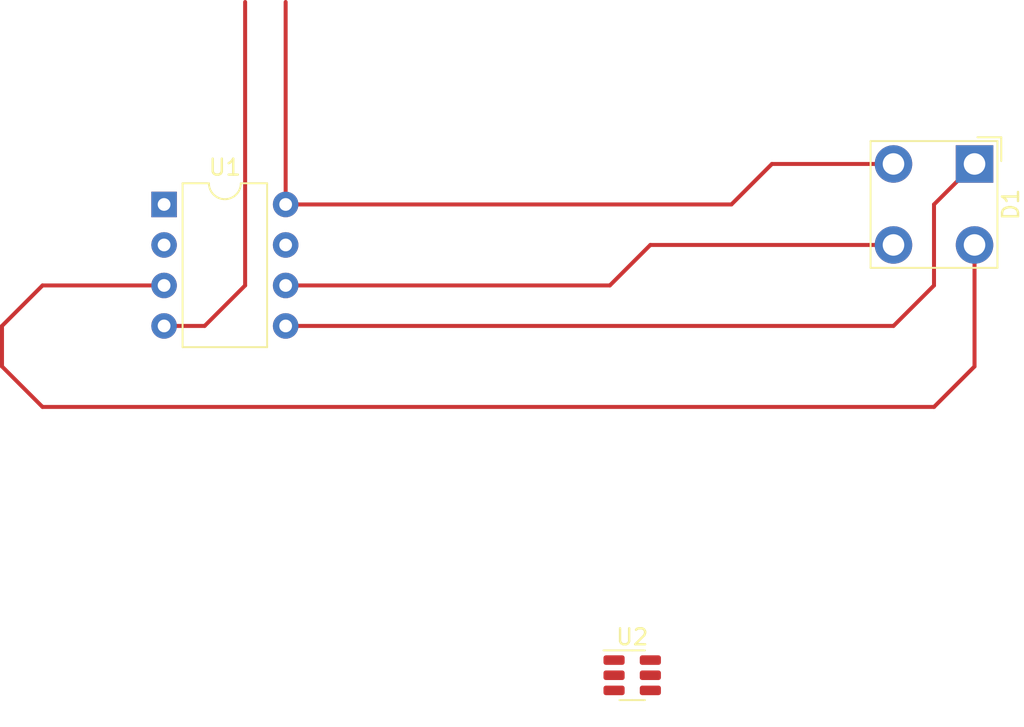
<source format=kicad_pcb>
(kicad_pcb (version 20221018) (generator pcbnew)
  (layers (0 "F.Cu" signal) (31 "B.Cu" signal) (34 "B.Paste" user) (35 "F.Paste" user) (36 "B.SilkS" user "B.Silkscreen") (37 "F.SilkS" user "F.Silkscreen") (38 "B.Mask" user) (39 "F.Mask" user) (44 "Edge.Cuts" user))
  (net 0 "")
  (net 3 "Net-(D1-BK)")
  (net 4 "Net-(D1-GK)")
  (net 5 "Net-(D1-RK)")
  (net 7 "+BATT")
  (net 8 "-BATT")
  (footprint "Package_TO_SOT_SMD:SOT-23-6" (layer "F.Cu") (at 153.8025 110.81)
    (fp_text reference "U2" (at 0 -2.4) (layer "F.SilkS"))
    (fp_text value "AT42QT1010-TSHR")
    (fp_line (start 0 -1.56) (end -1.8 -1.56) (stroke (width 0.12)) (layer "F.SilkS"))
    (fp_line (start 0 -1.56) (end 0.8 -1.56) (stroke (width 0.12)) (layer "F.SilkS"))
    (fp_line (start 0 1.56) (end -0.8 1.56) (stroke (width 0.12)) (layer "F.SilkS"))
    (fp_line (start 0 1.56) (end 0.8 1.56) (stroke (width 0.12)) (layer "F.SilkS"))
    (pad "1" smd roundrect (at -1.1375 -0.95) (size 1.325 0.6) (layers "F.Cu" "F.Paste" "F.Mask"))
    (pad "2" smd roundrect (at -1.1375 0) (size 1.325 0.6) (layers "F.Cu" "F.Paste" "F.Mask"))
    (pad "3" smd roundrect (at -1.1375 0.95) (size 1.325 0.6) (layers "F.Cu" "F.Paste" "F.Mask"))
    (pad "4" smd roundrect (at 1.1375 0.95) (size 1.325 0.6) (layers "F.Cu" "F.Paste" "F.Mask"))
    (pad "5" smd roundrect (at 1.1375 0) (size 1.325 0.6) (layers "F.Cu" "F.Paste" "F.Mask"))
    (pad "6" smd roundrect (at 1.1375 -0.95) (size 1.325 0.6) (layers "F.Cu" "F.Paste" "F.Mask"))
  )
  (footprint "Package_DIP:DIP-8_W7.62mm" (layer "F.Cu") (at 124.46 81.28)
    (fp_text reference "U1" (at 3.81 -2.33) (layer "F.SilkS"))
    (fp_text value "ATtiny85-20P")
    (fp_line (start 1.16 -1.33) (end 1.16 8.95) (stroke (width 0.12)) (layer "F.SilkS"))
    (fp_line (start 1.16 8.95) (end 6.46 8.95) (stroke (width 0.12)) (layer "F.SilkS"))
    (fp_line (start 2.81 -1.33) (end 1.16 -1.33) (stroke (width 0.12)) (layer "F.SilkS"))
    (fp_line (start 6.46 -1.33) (end 4.81 -1.33) (stroke (width 0.12)) (layer "F.SilkS"))
    (fp_line (start 6.46 8.95) (end 6.46 -1.33) (stroke (width 0.12)) (layer "F.SilkS"))
    (fp_arc (start 4.81 -1.33) (mid 3.81 -0.33) (end 2.81 -1.33) (stroke (width 0.12)) (layer "F.SilkS"))
    (pad "1" thru_hole rect (at 0 0) (size 1.6 1.6) (drill 0.8) (layers "*.Cu" "*.Mask"))
    (pad "2" thru_hole oval (at 0 2.54) (size 1.6 1.6) (drill 0.8) (layers "*.Cu" "*.Mask"))
    (pad "3" thru_hole oval (at 0 5.08) (size 1.6 1.6) (drill 0.8) (layers "*.Cu" "*.Mask") (net 3 "Net-(D1-BK)"))
    (pad "4" thru_hole oval (at 0 7.62) (size 1.6 1.6) (drill 0.8) (layers "*.Cu" "*.Mask") (net 8 "-BATT"))
    (pad "5" thru_hole oval (at 7.62 7.62) (size 1.6 1.6) (drill 0.8) (layers "*.Cu" "*.Mask") (net 4 "Net-(D1-GK)"))
    (pad "6" thru_hole oval (at 7.62 5.08) (size 1.6 1.6) (drill 0.8) (layers "*.Cu" "*.Mask") (net 5 "Net-(D1-RK)"))
    (pad "7" thru_hole oval (at 7.62 2.54) (size 1.6 1.6) (drill 0.8) (layers "*.Cu" "*.Mask"))
    (pad "8" thru_hole oval (at 7.62 0) (size 1.6 1.6) (drill 0.8) (layers "*.Cu" "*.Mask") (net 7 "+BATT"))
  )
  (footprint "LED_THT:LED_BL-FL7680RGB" (layer "F.Cu") (at 175.26 78.74 -90)
    (fp_text reference "D1" (at 2.54 -2.27 90) (layer "F.SilkS"))
    (fp_text value "LED_GARB")
    (fp_line (start -1.675 -1.675) (end -0.185 -1.675) (stroke (width 0.12)) (layer "F.SilkS"))
    (fp_line (start -1.675 -0.185) (end -1.675 -1.675) (stroke (width 0.12)) (layer "F.SilkS"))
    (fp_line (start -1.435 -1.435) (end -1.435 6.515) (stroke (width 0.12)) (layer "F.SilkS"))
    (fp_line (start -1.435 6.515) (end 6.515 6.515) (stroke (width 0.12)) (layer "F.SilkS"))
    (fp_line (start 6.515 -1.435) (end -1.435 -1.435) (stroke (width 0.12)) (layer "F.SilkS"))
    (fp_line (start 6.515 6.515) (end 6.515 -1.435) (stroke (width 0.12)) (layer "F.SilkS"))
    (pad "1" thru_hole rect (at 0 0 270) (size 2.35 2.35) (drill 1.35) (layers "*.Cu" "*.Mask") (net 4 "Net-(D1-GK)"))
    (pad "2" thru_hole circle (at 0 5.08 270) (size 2.35 2.35) (drill 1.35) (layers "*.Cu" "*.Mask") (net 7 "+BATT"))
    (pad "3" thru_hole circle (at 5.08 5.08 270) (size 2.35 2.35) (drill 1.35) (layers "*.Cu" "*.Mask") (net 5 "Net-(D1-RK)"))
    (pad "4" thru_hole circle (at 5.08 0 270) (size 2.35 2.35) (drill 1.35) (layers "*.Cu" "*.Mask") (net 3 "Net-(D1-BK)"))
  )
  (segment (start 175.26 83.82) (end 175.26 91.44) (width 0.25) (layer "F.Cu") (net 3))
  (segment (start 114.3 88.9) (end 116.84 86.36) (width 0.25) (layer "F.Cu") (net 3))
  (segment (start 175.26 91.44) (end 172.72 93.98) (width 0.25) (layer "F.Cu") (net 3))
  (segment (start 114.3 91.44) (end 114.3 88.9) (width 0.25) (layer "F.Cu") (net 3))
  (segment (start 116.84 86.36) (end 124.46 86.36) (width 0.25) (layer "F.Cu") (net 3))
  (segment (start 116.84 93.98) (end 114.3 91.44) (width 0.25) (layer "F.Cu") (net 3))
  (segment (start 172.72 93.98) (end 116.84 93.98) (width 0.25) (layer "F.Cu") (net 3))
  (segment (start 170.18 88.9) (end 132.08 88.9) (width 0.25) (layer "F.Cu") (net 4))
  (segment (start 175.26 78.74) (end 172.72 81.28) (width 0.25) (layer "F.Cu") (net 4))
  (segment (start 172.72 81.28) (end 172.72 86.36) (width 0.25) (layer "F.Cu") (net 4))
  (segment (start 172.72 86.36) (end 170.18 88.9) (width 0.25) (layer "F.Cu") (net 4))
  (segment (start 154.94 83.82) (end 152.4 86.36) (width 0.25) (layer "F.Cu") (net 5))
  (segment (start 170.18 83.82) (end 154.94 83.82) (width 0.25) (layer "F.Cu") (net 5))
  (segment (start 152.4 86.36) (end 132.08 86.36) (width 0.25) (layer "F.Cu") (net 5))
  (segment (start 162.56 78.74) (end 170.18 78.74) (width 0.25) (layer "F.Cu") (net 7))
  (segment (start 132.08 81.28) (end 160.02 81.28) (width 0.25) (layer "F.Cu") (net 7))
  (segment (start 160.02 81.28) (end 162.56 78.74) (width 0.25) (layer "F.Cu") (net 7))
  (segment (start 132.08 81.28) (end 132.08 68.58) (width 0.25) (layer "F.Cu") (net 7))
  (segment (start 129.54 86.36) (end 129.54 68.58) (width 0.25) (layer "F.Cu") (net 8))
  (segment (start 124.46 88.9) (end 127 88.9) (width 0.25) (layer "F.Cu") (net 8))
  (segment (start 127 88.9) (end 129.54 86.36) (width 0.25) (layer "F.Cu") (net 8))
)
</source>
